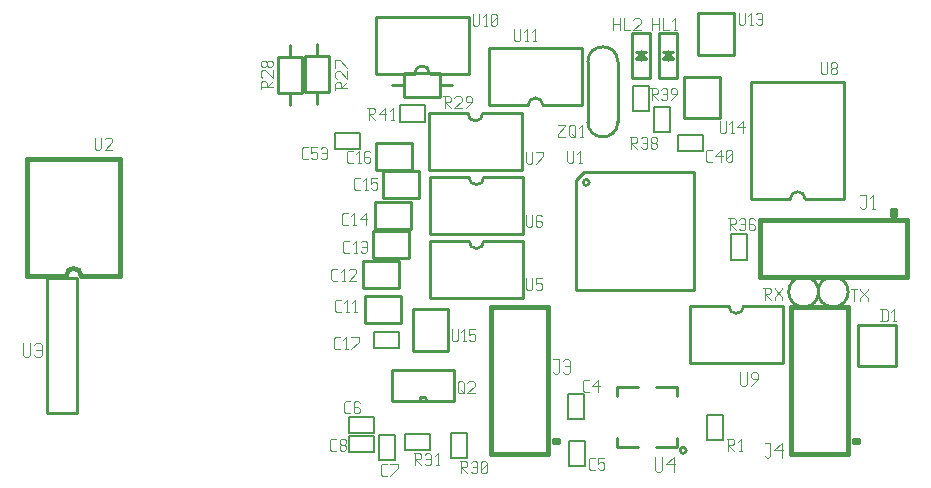
<source format=gbr>
G04 start of page 7 for group -4079 idx -4079
G04 Title: stribog.main_board.bis, topsilk *
G04 Creator: pcb 20070208 *
G04 CreationDate: Sun Apr  6 09:45:44 2008 UTC *
G04 For: dti *
G04 Format: Gerber/RS-274X *
G04 PCB-Dimensions: 314961 157480 *
G04 PCB-Coordinate-Origin: lower left *
%MOIN*%
%FSLAX24Y24*%
%LNFRONTSILK*%
%ADD13C,0.0100*%
%ADD57C,0.0060*%
%ADD58C,0.0179*%
%ADD59C,0.0150*%
%ADD60C,0.0040*%
%ADD61C,0.0048*%
%ADD62C,0.0047*%
G54D13*X17849Y12170D02*X16549D01*
X14749D02*X16049D01*
X17849Y10270D02*Y12170D01*
X14749Y10270D02*X17849D01*
X14749Y12170D02*Y10270D01*
X16049Y12170D02*G75*G03X16549Y12170I250J0D01*G01*
X16756Y12435D02*X18056D01*
X18556D02*X19856D01*
X16756Y14335D02*Y12435D01*
Y14335D02*X19856D01*
Y12435D01*
X18556D02*G75*G03X18056Y12435I-250J0D01*G01*
X12977Y13498D02*X14277D01*
X14777D02*X16077D01*
X12977Y15398D02*Y13498D01*
Y15398D02*X16077D01*
Y13498D01*
X14777D02*G75*G03X14277Y13498I-250J0D01*G01*
G54D57*X14632Y11895D02*X13792D01*
X14632Y12435D02*Y11895D01*
X13792Y12435D02*X14632D01*
X13792Y11895D02*Y12435D01*
G54D13*X20051Y13889D02*Y11889D01*
X21051Y13889D02*Y11889D01*
X20051D02*G75*G03X21051Y11889I500J0D01*G01*
Y13889D02*G75*G03X20051Y13889I-500J0D01*G01*
G54D57*X21541Y12257D02*X22081D01*
Y13097D02*Y12257D01*
X21541Y13097D02*X22081D01*
X21541D02*Y12257D01*
G54D13*X21654Y14228D02*X21994D01*
X21824D02*X21994Y13968D01*
X21824Y14228D02*X21654Y13968D01*
X21824Y14238D02*Y13958D01*
X21654Y13968D02*X21994D01*
X21514Y13338D02*X22134D01*
Y14858D02*Y13348D01*
X21514Y14858D02*X22134D01*
X21514Y13348D02*Y14858D01*
G54D57*X23044Y10911D02*X23884D01*
X23044Y11451D02*Y10911D01*
Y11451D02*X23884D01*
Y10911D01*
G54D13*X25497Y9309D02*X26797D01*
X27297D02*X28597D01*
X25497Y13209D02*Y9309D01*
Y13209D02*X28597D01*
Y9309D01*
X27297D02*G75*G03X26797Y9309I-250J0D01*G01*
X23737Y14129D02*X24917D01*
X23737Y15519D02*Y14129D01*
Y15519D02*X24917D01*
Y14129D01*
X24452Y13390D02*X23272D01*
X24452Y12000D02*Y13390D01*
X23272Y12000D02*X24452D01*
X23272Y13390D02*Y12000D01*
X22554Y14228D02*X22894D01*
X22724D02*X22894Y13968D01*
X22724Y14228D02*X22554Y13968D01*
X22724Y14238D02*Y13958D01*
X22554Y13968D02*X22894D01*
X22414Y13338D02*X23034D01*
Y14858D02*Y13348D01*
X22414Y14858D02*X23034D01*
X22414Y13348D02*Y14858D01*
G54D57*X22249Y11548D02*X22789D01*
Y12388D02*Y11548D01*
X22249Y12388D02*X22789D01*
X22249D02*Y11548D01*
G54D13*X13523Y13110D02*X13923D01*
Y13510D02*X15123D01*
X13923D02*Y12710D01*
X15123D01*
Y13510D02*Y12710D01*
Y13110D02*X15523D01*
X17888Y7918D02*X16588D01*
X14788D02*X16088D01*
X17888Y6018D02*Y7918D01*
X14788Y6018D02*X17888D01*
X14788Y7918D02*Y6018D01*
X16088Y7918D02*G75*G03X16588Y7918I250J0D01*G01*
X12903Y8245D02*Y7345D01*
X14103D01*
Y8245D01*
X12903D01*
X12549Y7261D02*Y6361D01*
X13749D01*
Y7261D01*
X12549D01*
X17888Y10044D02*X16588D01*
X14788D02*X16088D01*
X17888Y8144D02*Y10044D01*
X14788Y8144D02*X17888D01*
X14788Y10044D02*Y8144D01*
X16088Y10044D02*G75*G03X16588Y10044I250J0D01*G01*
X27244Y6720D02*G75*G03X27244Y6720I0J-500D01*G01*
X28228D02*G75*G03X28228Y6720I0J-500D01*G01*
X12982Y11198D02*Y10298D01*
X14182D01*
Y11198D01*
X12982D01*
X12943Y9229D02*Y8329D01*
X14143D01*
Y9229D01*
X12943D01*
X13218Y10253D02*Y9353D01*
X14418D01*
Y10253D01*
X13218D01*
X10118Y12860D02*Y12460D01*
X9718Y14060D02*Y12860D01*
X10518D01*
Y14060D02*Y12860D01*
X9718Y14060D02*X10518D01*
X10118Y14460D02*Y14060D01*
G54D57*X11627Y10989D02*X12467D01*
Y11529D02*Y10989D01*
X11627Y11529D02*X12467D01*
X11627D02*Y10989D01*
G54D13*X11023Y14468D02*Y14068D01*
X11423D02*Y12868D01*
X10623Y14068D02*X11423D01*
X10623D02*Y12868D01*
X11423D01*
X11023D02*Y12468D01*
X12628Y6079D02*Y5179D01*
X13828D01*
Y6079D01*
X12628D01*
X3019Y6677D02*Y2177D01*
X2019Y6677D02*Y2177D01*
X3019D01*
X2019Y6677D02*X3019D01*
G54D58*X1363Y6750D02*X2663D01*
X3163D02*X4463D01*
X1363Y10650D02*Y6750D01*
Y10650D02*X4463D01*
Y6750D01*
X3163D02*G75*G03X2663Y6750I-250J0D01*G01*
G54D13*X14444Y2596D02*X15584D01*
X13534D02*X14684D01*
X13534Y3616D02*Y2596D01*
Y3616D02*X15584D01*
Y2596D01*
X14684D02*G75*G03X14444Y2596I-120J0D01*G01*
G54D57*X12099Y1411D02*X12939D01*
Y871D01*
X12099D02*X12939D01*
X12099Y1411D02*Y871D01*
Y2041D02*X12939D01*
Y1501D01*
X12099D02*X12939D01*
X12099Y2041D02*Y1501D01*
G54D59*X19067Y1289D02*Y1209D01*
X18907Y1289D02*X19067D01*
X18907D02*Y1209D01*
X19067D01*
X16817Y809D02*X18717D01*
X16817Y5709D02*Y809D01*
Y5709D02*X18717D01*
Y809D01*
G54D57*X16018Y1522D02*Y682D01*
X15478D02*X16018D01*
X15478Y1522D02*Y682D01*
Y1522D02*X16018D01*
X13950Y950D02*X14790D01*
X13950Y1490D02*Y950D01*
Y1490D02*X14790D01*
Y950D01*
X13076Y1443D02*Y603D01*
Y1443D02*X13616D01*
Y603D01*
X13076D02*X13616D01*
G54D13*X14209Y4247D02*X15389D01*
X14209Y5637D02*Y4247D01*
Y5637D02*X15389D01*
Y4247D01*
G54D57*X12926Y4876D02*Y4336D01*
X13766D01*
Y4876D02*Y4336D01*
X12926Y4876D02*X13766D01*
G54D59*X29067Y1289D02*Y1209D01*
X28907Y1289D02*X29067D01*
X28907D02*Y1209D01*
X29067D01*
X26817Y809D02*X28717D01*
X26817Y5709D02*Y809D01*
Y5709D02*X28717D01*
Y809D01*
X30206Y8949D02*X30286D01*
X30206D02*Y8789D01*
X30286D01*
Y8949D02*Y8789D01*
X30686Y8599D02*Y6699D01*
X25786D02*X30686D01*
X25786Y8599D02*Y6699D01*
Y8599D02*X30686D01*
G54D57*X24808Y7296D02*X25348D01*
Y8136D02*Y7296D01*
X24808Y8136D02*X25348D01*
X24808D02*Y7296D01*
G54D13*X29048Y3742D02*X30328D01*
X29048Y5132D02*Y3742D01*
Y5132D02*X30328D01*
Y3742D01*
G54D57*X19415Y1246D02*Y406D01*
Y1246D02*X19955D01*
Y406D01*
X19415D02*X19955D01*
X19375Y2821D02*Y1981D01*
Y2821D02*X19915D01*
Y1981D01*
X19375D02*X19915D01*
G54D13*X19929Y10220D02*X23579D01*
Y6290D01*
X19649D01*
Y9940D01*
X19929Y10220D01*
X19899Y9870D02*G75*G03X19899Y9870I100J0D01*G01*
X26549Y5753D02*X25249D01*
X23449D02*X24749D01*
X26549Y3853D02*Y5753D01*
X23449Y3853D02*X26549D01*
X23449Y5753D02*Y3853D01*
X24749Y5753D02*G75*G03X25249Y5753I250J0D01*G01*
G54D57*X24021Y2112D02*Y1272D01*
Y2112D02*X24561D01*
Y1272D01*
X24021D02*X24561D01*
G54D13*X23028Y1038D02*X22328D01*
X23028Y3038D02*X22328D01*
X21028Y1038D02*X21728D01*
X21028Y3038D02*X21728D01*
X23028Y1038D02*Y1338D01*
Y3038D02*Y2738D01*
X21028Y1038D02*Y1338D01*
Y3038D02*Y2738D01*
X23328Y938D02*G75*G03X23328Y938I-100J0D01*G01*
G54D60*X17598Y14978D02*Y14628D01*
X17648Y14578D01*
X17748D01*
X17798Y14628D01*
Y14978D02*Y14628D01*
X17968Y14578D02*X18068D01*
X18018Y14978D02*Y14578D01*
X17918Y14878D02*X18018Y14978D01*
X18238Y14578D02*X18338D01*
X18288Y14978D02*Y14578D01*
X18188Y14878D02*X18288Y14978D01*
X16220Y15490D02*Y15140D01*
X16270Y15090D01*
X16370D01*
X16420Y15140D01*
Y15490D02*Y15140D01*
X16590Y15090D02*X16690D01*
X16640Y15490D02*Y15090D01*
X16540Y15390D02*X16640Y15490D01*
X16810Y15140D02*X16860Y15090D01*
X16810Y15440D02*Y15140D01*
Y15440D02*X16860Y15490D01*
X16960D01*
X17010Y15440D01*
Y15140D01*
X16960Y15090D02*X17010Y15140D01*
X16860Y15090D02*X16960D01*
X16810Y15190D02*X17010Y15390D01*
X15236Y12734D02*X15436D01*
X15486Y12684D01*
Y12584D01*
X15436Y12534D02*X15486Y12584D01*
X15286Y12534D02*X15436D01*
X15286Y12734D02*Y12334D01*
Y12534D02*X15486Y12334D01*
X15606Y12684D02*X15656Y12734D01*
X15806D01*
X15856Y12684D01*
Y12584D01*
X15606Y12334D02*X15856Y12584D01*
X15606Y12334D02*X15856D01*
X15976D02*X16176Y12534D01*
Y12684D02*Y12534D01*
X16126Y12734D02*X16176Y12684D01*
X16026Y12734D02*X16126D01*
X15976Y12684D02*X16026Y12734D01*
X15976Y12684D02*Y12584D01*
X16026Y12534D01*
X16176D01*
X25078Y15530D02*Y15180D01*
X25128Y15130D01*
X25228D01*
X25278Y15180D01*
Y15530D02*Y15180D01*
X25448Y15130D02*X25548D01*
X25498Y15530D02*Y15130D01*
X25398Y15430D02*X25498Y15530D01*
X25668Y15480D02*X25718Y15530D01*
X25818D01*
X25868Y15480D01*
Y15180D01*
X25818Y15130D02*X25868Y15180D01*
X25718Y15130D02*X25818D01*
X25668Y15180D02*X25718Y15130D01*
Y15330D02*X25868D01*
X22174Y15348D02*Y14948D01*
X22424Y15348D02*Y14948D01*
X22174Y15148D02*X22424D01*
X22544Y15348D02*Y14948D01*
X22744D01*
X22914D02*X23014D01*
X22964Y15348D02*Y14948D01*
X22864Y15248D02*X22964Y15348D01*
X20874D02*Y14948D01*
X21124Y15348D02*Y14948D01*
X20874Y15148D02*X21124D01*
X21244Y15348D02*Y14948D01*
X21444D01*
X21564Y15298D02*X21614Y15348D01*
X21764D01*
X21814Y15298D01*
Y15198D01*
X21564Y14948D02*X21814Y15198D01*
X21564Y14948D02*X21814D01*
X27834Y13876D02*Y13526D01*
X27884Y13476D01*
X27984D01*
X28034Y13526D01*
Y13876D02*Y13526D01*
X28154D02*X28204Y13476D01*
X28154Y13626D02*Y13526D01*
Y13626D02*X28204Y13676D01*
X28304D01*
X28354Y13626D01*
Y13526D01*
X28304Y13476D02*X28354Y13526D01*
X28204Y13476D02*X28304D01*
X28154Y13726D02*X28204Y13676D01*
X28154Y13826D02*Y13726D01*
Y13826D02*X28204Y13876D01*
X28304D01*
X28354Y13826D01*
Y13726D01*
X28304Y13676D02*X28354Y13726D01*
X22125Y13010D02*X22325D01*
X22375Y12960D01*
Y12860D01*
X22325Y12810D02*X22375Y12860D01*
X22175Y12810D02*X22325D01*
X22175Y13010D02*Y12610D01*
Y12810D02*X22375Y12610D01*
X22496Y12960D02*X22546Y13010D01*
X22646D01*
X22696Y12960D01*
Y12660D01*
X22646Y12610D02*X22696Y12660D01*
X22546Y12610D02*X22646D01*
X22496Y12660D02*X22546Y12610D01*
Y12810D02*X22696D01*
X22816Y12610D02*X23016Y12810D01*
Y12960D02*Y12810D01*
X22966Y13010D02*X23016Y12960D01*
X22866Y13010D02*X22966D01*
X22816Y12960D02*X22866Y13010D01*
X22816Y12960D02*Y12860D01*
X22866Y12810D01*
X23016D01*
G54D61*X29129Y9454D02*X29309D01*
Y9034D01*
X29249Y8974D02*X29309Y9034D01*
X29189Y8974D02*X29249D01*
X29129Y9034D02*X29189Y8974D01*
X29513D02*X29633D01*
X29573Y9454D02*Y8974D01*
X29453Y9334D02*X29573Y9454D01*
G54D60*X24448Y11907D02*Y11557D01*
X24498Y11507D01*
X24598D01*
X24648Y11557D01*
Y11907D02*Y11557D01*
X24818Y11507D02*X24918D01*
X24868Y11907D02*Y11507D01*
X24768Y11807D02*X24868Y11907D01*
X25039Y11707D02*X25239Y11907D01*
X25039Y11707D02*X25289D01*
X25239Y11907D02*Y11507D01*
X24026Y10562D02*X24176D01*
X23976Y10612D02*X24026Y10562D01*
X23976Y10912D02*Y10612D01*
Y10912D02*X24026Y10962D01*
X24176D01*
X24296Y10762D02*X24496Y10962D01*
X24296Y10762D02*X24546D01*
X24496Y10962D02*Y10562D01*
X24666Y10612D02*X24716Y10562D01*
X24666Y10912D02*Y10612D01*
Y10912D02*X24716Y10962D01*
X24816D01*
X24866Y10912D01*
Y10612D01*
X24816Y10562D02*X24866Y10612D01*
X24716Y10562D02*X24816D01*
X24666Y10662D02*X24866Y10862D01*
X17992Y8797D02*Y8447D01*
X18042Y8397D01*
X18142D01*
X18192Y8447D01*
Y8797D02*Y8447D01*
X18462Y8797D02*X18512Y8747D01*
X18362Y8797D02*X18462D01*
X18312Y8747D02*X18362Y8797D01*
X18312Y8747D02*Y8447D01*
X18362Y8397D01*
X18462Y8597D02*X18512Y8547D01*
X18312Y8597D02*X18462D01*
X18362Y8397D02*X18462D01*
X18512Y8447D01*
Y8547D02*Y8447D01*
X15511Y4978D02*Y4628D01*
X15561Y4578D01*
X15661D01*
X15711Y4628D01*
Y4978D02*Y4628D01*
X15881Y4578D02*X15981D01*
X15931Y4978D02*Y4578D01*
X15831Y4878D02*X15931Y4978D01*
X16102D02*X16302D01*
X16102D02*Y4778D01*
X16152Y4828D01*
X16252D01*
X16302Y4778D01*
Y4628D01*
X16252Y4578D02*X16302Y4628D01*
X16152Y4578D02*X16252D01*
X16102Y4628D02*X16152Y4578D01*
X17992Y6671D02*Y6321D01*
X18042Y6271D01*
X18142D01*
X18192Y6321D01*
Y6671D02*Y6321D01*
X18312Y6671D02*X18512D01*
X18312D02*Y6471D01*
X18362Y6521D01*
X18462D01*
X18512Y6471D01*
Y6321D01*
X18462Y6271D02*X18512Y6321D01*
X18362Y6271D02*X18462D01*
X18312Y6321D02*X18362Y6271D01*
G54D62*X25118Y3544D02*Y3134D01*
X25176Y3076D01*
X25293D01*
X25352Y3134D01*
Y3544D02*Y3134D01*
X25492Y3076D02*X25726Y3310D01*
Y3485D02*Y3310D01*
X25668Y3544D02*X25726Y3485D01*
X25551Y3544D02*X25668D01*
X25492Y3485D02*X25551Y3544D01*
X25492Y3485D02*Y3368D01*
X25551Y3310D01*
X25726D01*
G54D61*X25948Y1175D02*X26128D01*
Y755D01*
X26068Y695D02*X26128Y755D01*
X26008Y695D02*X26068D01*
X25948Y755D02*X26008Y695D01*
X26272Y935D02*X26512Y1175D01*
X26272Y935D02*X26572D01*
X26512Y1175D02*Y695D01*
G54D60*X20128Y287D02*X20278D01*
X20078Y337D02*X20128Y287D01*
X20078Y637D02*Y337D01*
Y637D02*X20128Y687D01*
X20278D01*
X20398D02*X20598D01*
X20398D02*Y487D01*
X20448Y537D01*
X20548D01*
X20598Y487D01*
Y337D01*
X20548Y287D02*X20598Y337D01*
X20448Y287D02*X20548D01*
X20398Y337D02*X20448Y287D01*
X24685Y1317D02*X24885D01*
X24935Y1267D01*
Y1167D01*
X24885Y1117D02*X24935Y1167D01*
X24735Y1117D02*X24885D01*
X24735Y1317D02*Y917D01*
Y1117D02*X24935Y917D01*
X25105D02*X25205D01*
X25155Y1317D02*Y917D01*
X25055Y1217D02*X25155Y1317D01*
G54D61*X22283Y706D02*Y286D01*
X22343Y226D01*
X22463D01*
X22523Y286D01*
Y706D02*Y286D01*
X22667Y466D02*X22907Y706D01*
X22667Y466D02*X22967D01*
X22907Y706D02*Y226D01*
G54D60*X19931Y2885D02*X20081D01*
X19881Y2935D02*X19931Y2885D01*
X19881Y3235D02*Y2935D01*
Y3235D02*X19931Y3285D01*
X20081D01*
X20202Y3085D02*X20402Y3285D01*
X20202Y3085D02*X20452D01*
X20402Y3285D02*Y2885D01*
X17992Y10884D02*Y10534D01*
X18042Y10484D01*
X18142D01*
X18192Y10534D01*
Y10884D02*Y10534D01*
X18312Y10484D02*X18562Y10734D01*
Y10884D02*Y10734D01*
X18312Y10884D02*X18562D01*
X19055Y11789D02*X19305D01*
Y11739D01*
X19055Y11489D02*X19305Y11739D01*
X19055Y11489D02*Y11389D01*
X19305D01*
X19425Y11739D02*Y11439D01*
Y11739D02*X19475Y11789D01*
X19575D01*
X19625Y11739D01*
Y11439D01*
X19575Y11389D02*X19625Y11439D01*
X19475Y11389D02*X19575D01*
X19425Y11439D02*X19475Y11389D01*
X19525Y11489D02*X19625Y11389D01*
X19795D02*X19895D01*
X19845Y11789D02*Y11389D01*
X19745Y11689D02*X19845Y11789D01*
X19370Y10923D02*Y10573D01*
X19420Y10523D01*
X19520D01*
X19570Y10573D01*
Y10923D02*Y10573D01*
X19740Y10523D02*X19840D01*
X19790Y10923D02*Y10523D01*
X19690Y10823D02*X19790Y10923D01*
X21456Y11396D02*X21656D01*
X21706Y11346D01*
Y11246D01*
X21656Y11196D02*X21706Y11246D01*
X21506Y11196D02*X21656D01*
X21506Y11396D02*Y10996D01*
Y11196D02*X21706Y10996D01*
X21826Y11346D02*X21876Y11396D01*
X21976D01*
X22026Y11346D01*
Y11046D01*
X21976Y10996D02*X22026Y11046D01*
X21876Y10996D02*X21976D01*
X21826Y11046D02*X21876Y10996D01*
Y11196D02*X22026D01*
X22146Y11046D02*X22196Y10996D01*
X22146Y11146D02*Y11046D01*
Y11146D02*X22196Y11196D01*
X22296D01*
X22346Y11146D01*
Y11046D01*
X22296Y10996D02*X22346Y11046D01*
X22196Y10996D02*X22296D01*
X22146Y11246D02*X22196Y11196D01*
X22146Y11346D02*Y11246D01*
Y11346D02*X22196Y11396D01*
X22296D01*
X22346Y11346D01*
Y11246D01*
X22296Y11196D02*X22346Y11246D01*
X24724Y8679D02*X24924D01*
X24974Y8629D01*
Y8529D01*
X24924Y8479D02*X24974Y8529D01*
X24774Y8479D02*X24924D01*
X24774Y8679D02*Y8279D01*
Y8479D02*X24974Y8279D01*
X25094Y8629D02*X25144Y8679D01*
X25244D01*
X25294Y8629D01*
Y8329D01*
X25244Y8279D02*X25294Y8329D01*
X25144Y8279D02*X25244D01*
X25094Y8329D02*X25144Y8279D01*
Y8479D02*X25294D01*
X25564Y8679D02*X25614Y8629D01*
X25464Y8679D02*X25564D01*
X25414Y8629D02*X25464Y8679D01*
X25414Y8629D02*Y8329D01*
X25464Y8279D01*
X25564Y8479D02*X25614Y8429D01*
X25414Y8479D02*X25564D01*
X25464Y8279D02*X25564D01*
X25614Y8329D01*
Y8429D02*Y8329D01*
X29853Y5648D02*Y5248D01*
X30003Y5648D02*X30053Y5598D01*
Y5298D01*
X30003Y5248D02*X30053Y5298D01*
X29803Y5248D02*X30003D01*
X29803Y5648D02*X30003D01*
X30223Y5248D02*X30323D01*
X30273Y5648D02*Y5248D01*
X30173Y5548D02*X30273Y5648D01*
X25905Y6365D02*X26105D01*
X26155Y6315D01*
Y6215D01*
X26105Y6165D02*X26155Y6215D01*
X25955Y6165D02*X26105D01*
X25955Y6365D02*Y5965D01*
Y6165D02*X26155Y5965D01*
X26275Y6365D02*Y6315D01*
X26525Y6065D01*
Y5965D01*
X26275Y6065D02*Y5965D01*
Y6065D02*X26525Y6315D01*
Y6365D02*Y6315D01*
X28818Y6325D02*X29018D01*
X28918D02*Y5925D01*
X29139Y6325D02*Y6275D01*
X29389Y6025D01*
Y5925D01*
X29139Y6025D02*Y5925D01*
Y6025D02*X29389Y6275D01*
Y6325D02*Y6275D01*
X15787Y569D02*X15987D01*
X16037Y519D01*
Y419D01*
X15987Y369D02*X16037Y419D01*
X15837Y369D02*X15987D01*
X15837Y569D02*Y169D01*
Y369D02*X16037Y169D01*
X16157Y519D02*X16207Y569D01*
X16307D01*
X16357Y519D01*
Y219D01*
X16307Y169D02*X16357Y219D01*
X16207Y169D02*X16307D01*
X16157Y219D02*X16207Y169D01*
Y369D02*X16357D01*
X16477Y219D02*X16527Y169D01*
X16477Y519D02*Y219D01*
Y519D02*X16527Y569D01*
X16627D01*
X16677Y519D01*
Y219D01*
X16627Y169D02*X16677Y219D01*
X16527Y169D02*X16627D01*
X16477Y269D02*X16677Y469D01*
X14252Y844D02*X14452D01*
X14502Y794D01*
Y694D01*
X14452Y644D02*X14502Y694D01*
X14302Y644D02*X14452D01*
X14302Y844D02*Y444D01*
Y644D02*X14502Y444D01*
X14622Y794D02*X14672Y844D01*
X14772D01*
X14822Y794D01*
Y494D01*
X14772Y444D02*X14822Y494D01*
X14672Y444D02*X14772D01*
X14622Y494D02*X14672Y444D01*
Y644D02*X14822D01*
X14992Y444D02*X15092D01*
X15042Y844D02*Y444D01*
X14942Y744D02*X15042Y844D01*
G54D61*X18897Y3974D02*X19077D01*
Y3554D01*
X19017Y3494D02*X19077Y3554D01*
X18957Y3494D02*X19017D01*
X18897Y3554D02*X18957Y3494D01*
X19221Y3914D02*X19281Y3974D01*
X19401D01*
X19461Y3914D01*
Y3554D01*
X19401Y3494D02*X19461Y3554D01*
X19281Y3494D02*X19401D01*
X19221Y3554D02*X19281Y3494D01*
Y3734D02*X19461D01*
G54D60*X15708Y3196D02*Y2896D01*
Y3196D02*X15758Y3246D01*
X15858D01*
X15908Y3196D01*
Y2896D01*
X15858Y2846D02*X15908Y2896D01*
X15758Y2846D02*X15858D01*
X15708Y2896D02*X15758Y2846D01*
X15808Y2946D02*X15908Y2846D01*
X16028Y3196D02*X16078Y3246D01*
X16228D01*
X16278Y3196D01*
Y3096D01*
X16028Y2846D02*X16278Y3096D01*
X16028Y2846D02*X16278D01*
X13199Y90D02*X13349D01*
X13149Y140D02*X13199Y90D01*
X13149Y440D02*Y140D01*
Y440D02*X13199Y490D01*
X13349D01*
X13469Y90D02*X13719Y340D01*
Y490D02*Y340D01*
X13469Y490D02*X13719D01*
X11506Y917D02*X11656D01*
X11456Y967D02*X11506Y917D01*
X11456Y1267D02*Y967D01*
Y1267D02*X11506Y1317D01*
X11656D01*
X11776Y967D02*X11826Y917D01*
X11776Y1067D02*Y967D01*
Y1067D02*X11826Y1117D01*
X11926D01*
X11976Y1067D01*
Y967D01*
X11926Y917D02*X11976Y967D01*
X11826Y917D02*X11926D01*
X11776Y1167D02*X11826Y1117D01*
X11776Y1267D02*Y1167D01*
Y1267D02*X11826Y1317D01*
X11926D01*
X11976Y1267D01*
Y1167D01*
X11926Y1117D02*X11976Y1167D01*
X11979Y2177D02*X12129D01*
X11929Y2227D02*X11979Y2177D01*
X11929Y2527D02*Y2227D01*
Y2527D02*X11979Y2577D01*
X12129D01*
X12399D02*X12449Y2527D01*
X12299Y2577D02*X12399D01*
X12249Y2527D02*X12299Y2577D01*
X12249Y2527D02*Y2227D01*
X12299Y2177D01*
X12399Y2377D02*X12449Y2327D01*
X12249Y2377D02*X12399D01*
X12299Y2177D02*X12399D01*
X12449Y2227D01*
Y2327D02*Y2227D01*
X11664Y5563D02*X11814D01*
X11614Y5613D02*X11664Y5563D01*
X11614Y5913D02*Y5613D01*
Y5913D02*X11664Y5963D01*
X11814D01*
X11984Y5563D02*X12084D01*
X12034Y5963D02*Y5563D01*
X11934Y5863D02*X12034Y5963D01*
X12254Y5563D02*X12354D01*
X12304Y5963D02*Y5563D01*
X12204Y5863D02*X12304Y5963D01*
X12057Y10523D02*X12207D01*
X12007Y10573D02*X12057Y10523D01*
X12007Y10873D02*Y10573D01*
Y10873D02*X12057Y10923D01*
X12207D01*
X12377Y10523D02*X12477D01*
X12427Y10923D02*Y10523D01*
X12327Y10823D02*X12427Y10923D01*
X12748D02*X12798Y10873D01*
X12648Y10923D02*X12748D01*
X12598Y10873D02*X12648Y10923D01*
X12598Y10873D02*Y10573D01*
X12648Y10523D01*
X12748Y10723D02*X12798Y10673D01*
X12598Y10723D02*X12748D01*
X12648Y10523D02*X12748D01*
X12798Y10573D01*
Y10673D02*Y10573D01*
X11939Y7531D02*X12089D01*
X11889Y7581D02*X11939Y7531D01*
X11889Y7881D02*Y7581D01*
Y7881D02*X11939Y7931D01*
X12089D01*
X12259Y7531D02*X12359D01*
X12309Y7931D02*Y7531D01*
X12209Y7831D02*X12309Y7931D01*
X12479Y7881D02*X12529Y7931D01*
X12629D01*
X12679Y7881D01*
Y7581D01*
X12629Y7531D02*X12679Y7581D01*
X12529Y7531D02*X12629D01*
X12479Y7581D02*X12529Y7531D01*
Y7731D02*X12679D01*
X11900Y8436D02*X12050D01*
X11850Y8486D02*X11900Y8436D01*
X11850Y8786D02*Y8486D01*
Y8786D02*X11900Y8836D01*
X12050D01*
X12220Y8436D02*X12320D01*
X12270Y8836D02*Y8436D01*
X12170Y8736D02*X12270Y8836D01*
X12440Y8636D02*X12640Y8836D01*
X12440Y8636D02*X12690D01*
X12640Y8836D02*Y8436D01*
X11546Y6586D02*X11696D01*
X11496Y6636D02*X11546Y6586D01*
X11496Y6936D02*Y6636D01*
Y6936D02*X11546Y6986D01*
X11696D01*
X11866Y6586D02*X11966D01*
X11916Y6986D02*Y6586D01*
X11816Y6886D02*X11916Y6986D01*
X12086Y6936D02*X12136Y6986D01*
X12286D01*
X12336Y6936D01*
Y6836D01*
X12086Y6586D02*X12336Y6836D01*
X12086Y6586D02*X12336D01*
X12294Y9618D02*X12444D01*
X12244Y9668D02*X12294Y9618D01*
X12244Y9968D02*Y9668D01*
Y9968D02*X12294Y10018D01*
X12444D01*
X12614Y9618D02*X12714D01*
X12664Y10018D02*Y9618D01*
X12564Y9918D02*X12664Y10018D01*
X12834D02*X13034D01*
X12834D02*Y9818D01*
X12884Y9868D01*
X12984D01*
X13034Y9818D01*
Y9668D01*
X12984Y9618D02*X13034Y9668D01*
X12884Y9618D02*X12984D01*
X12834Y9668D02*X12884Y9618D01*
X11624Y4303D02*X11774D01*
X11574Y4353D02*X11624Y4303D01*
X11574Y4653D02*Y4353D01*
Y4653D02*X11624Y4703D01*
X11774D01*
X11944Y4303D02*X12044D01*
X11994Y4703D02*Y4303D01*
X11894Y4603D02*X11994Y4703D01*
X12165Y4303D02*X12415Y4553D01*
Y4703D02*Y4553D01*
X12165Y4703D02*X12415D01*
G54D61*X1220Y4525D02*Y4105D01*
X1280Y4045D01*
X1400D01*
X1460Y4105D01*
Y4525D02*Y4105D01*
X1604Y4465D02*X1664Y4525D01*
X1784D01*
X1844Y4465D01*
Y4105D01*
X1784Y4045D02*X1844Y4105D01*
X1664Y4045D02*X1784D01*
X1604Y4105D02*X1664Y4045D01*
Y4285D02*X1844D01*
G54D60*X10561Y10641D02*X10711D01*
X10511Y10691D02*X10561Y10641D01*
X10511Y10991D02*Y10691D01*
Y10991D02*X10561Y11041D01*
X10711D01*
X10831D02*X11031D01*
X10831D02*Y10841D01*
X10881Y10891D01*
X10981D01*
X11031Y10841D01*
Y10691D01*
X10981Y10641D02*X11031Y10691D01*
X10881Y10641D02*X10981D01*
X10831Y10691D02*X10881Y10641D01*
X11152Y10991D02*X11202Y11041D01*
X11302D01*
X11352Y10991D01*
Y10691D01*
X11302Y10641D02*X11352Y10691D01*
X11202Y10641D02*X11302D01*
X11152Y10691D02*X11202Y10641D01*
Y10841D02*X11352D01*
X3622Y11356D02*Y11006D01*
X3672Y10956D01*
X3772D01*
X3822Y11006D01*
Y11356D02*Y11006D01*
X3942Y11306D02*X3992Y11356D01*
X4142D01*
X4192Y11306D01*
Y11206D01*
X3942Y10956D02*X4192Y11206D01*
X3942Y10956D02*X4192D01*
X9155Y13192D02*Y12992D01*
Y13192D02*X9205Y13242D01*
X9305D01*
X9355Y13192D02*X9305Y13242D01*
X9355Y13192D02*Y13042D01*
X9155D02*X9555D01*
X9355D02*X9555Y13242D01*
X9205Y13362D02*X9155Y13412D01*
Y13562D02*Y13412D01*
Y13562D02*X9205Y13612D01*
X9305D01*
X9555Y13362D02*X9305Y13612D01*
X9555D02*Y13362D01*
X9505Y13732D02*X9555Y13782D01*
X9405Y13732D02*X9505D01*
X9405D02*X9355Y13782D01*
Y13882D02*Y13782D01*
Y13882D02*X9405Y13932D01*
X9505D01*
X9555Y13882D02*X9505Y13932D01*
X9555Y13882D02*Y13782D01*
X9305Y13732D02*X9355Y13782D01*
X9205Y13732D02*X9305D01*
X9205D02*X9155Y13782D01*
Y13882D02*Y13782D01*
Y13882D02*X9205Y13932D01*
X9305D01*
X9355Y13882D02*X9305Y13932D01*
X11635Y13152D02*Y12952D01*
Y13152D02*X11685Y13202D01*
X11785D01*
X11835Y13152D02*X11785Y13202D01*
X11835Y13152D02*Y13002D01*
X11635D02*X12035D01*
X11835D02*X12035Y13202D01*
X11685Y13322D02*X11635Y13372D01*
Y13522D02*Y13372D01*
Y13522D02*X11685Y13572D01*
X11785D01*
X12035Y13322D02*X11785Y13572D01*
X12035D02*Y13322D01*
Y13692D02*X11785Y13942D01*
X11635D02*X11785D01*
X11635D02*Y13692D01*
X12706Y12358D02*X12906D01*
X12956Y12308D01*
Y12208D01*
X12906Y12158D02*X12956Y12208D01*
X12756Y12158D02*X12906D01*
X12756Y12358D02*Y11958D01*
Y12158D02*X12956Y11958D01*
X13076Y12158D02*X13276Y12358D01*
X13076Y12158D02*X13326D01*
X13276Y12358D02*Y11958D01*
X13496D02*X13596D01*
X13546Y12358D02*Y11958D01*
X13446Y12258D02*X13546Y12358D01*
M02*

</source>
